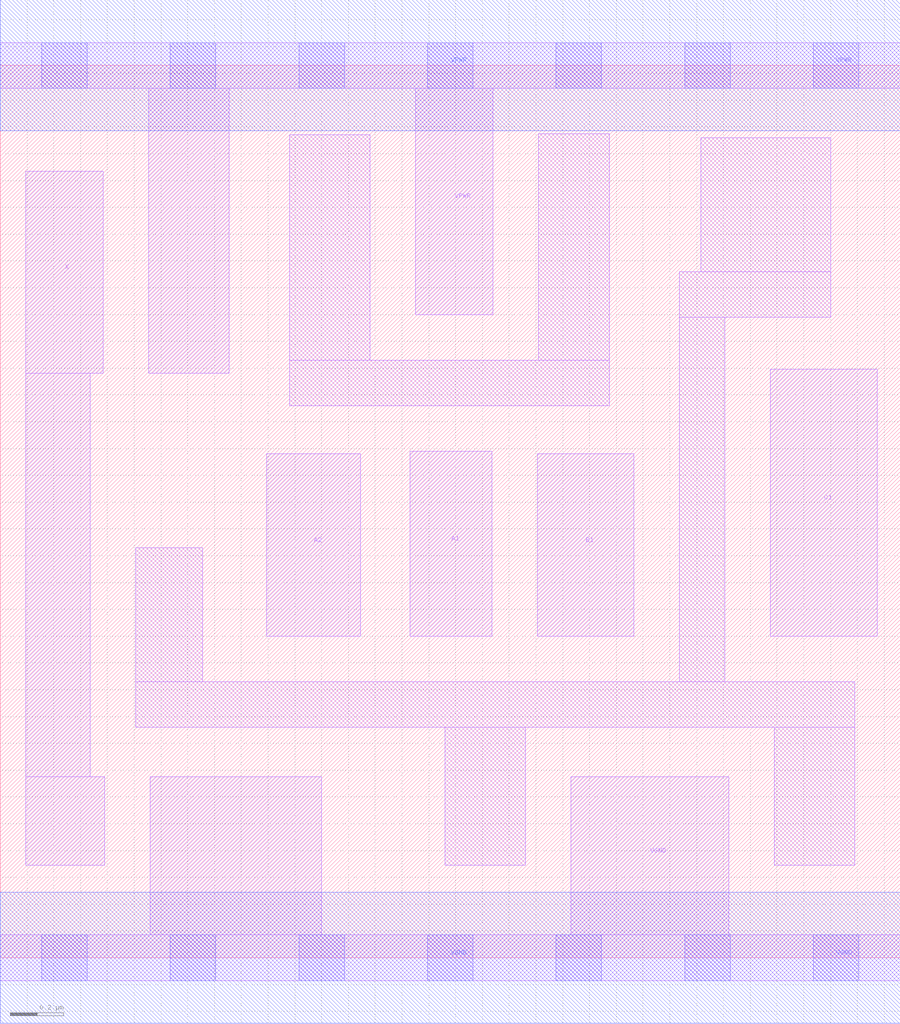
<source format=lef>
# Copyright 2020 The SkyWater PDK Authors
#
# Licensed under the Apache License, Version 2.0 (the "License");
# you may not use this file except in compliance with the License.
# You may obtain a copy of the License at
#
#     https://www.apache.org/licenses/LICENSE-2.0
#
# Unless required by applicable law or agreed to in writing, software
# distributed under the License is distributed on an "AS IS" BASIS,
# WITHOUT WARRANTIES OR CONDITIONS OF ANY KIND, either express or implied.
# See the License for the specific language governing permissions and
# limitations under the License.
#
# SPDX-License-Identifier: Apache-2.0

VERSION 5.7 ;
  NAMESCASESENSITIVE ON ;
  NOWIREEXTENSIONATPIN ON ;
  DIVIDERCHAR "/" ;
  BUSBITCHARS "[]" ;
UNITS
  DATABASE MICRONS 200 ;
END UNITS
MACRO sky130_fd_sc_lp__a211o_0
  CLASS CORE ;
  SOURCE USER ;
  FOREIGN sky130_fd_sc_lp__a211o_0 ;
  ORIGIN  0.000000  0.000000 ;
  SIZE  3.360000 BY  3.330000 ;
  SYMMETRY X Y R90 ;
  SITE unit ;
  PIN A1
    ANTENNAGATEAREA  0.159000 ;
    DIRECTION INPUT ;
    USE SIGNAL ;
    PORT
      LAYER li1 ;
        RECT 1.530000 1.200000 1.835000 1.890000 ;
    END
  END A1
  PIN A2
    ANTENNAGATEAREA  0.159000 ;
    DIRECTION INPUT ;
    USE SIGNAL ;
    PORT
      LAYER li1 ;
        RECT 0.995000 1.200000 1.345000 1.880000 ;
    END
  END A2
  PIN B1
    ANTENNAGATEAREA  0.159000 ;
    DIRECTION INPUT ;
    USE SIGNAL ;
    PORT
      LAYER li1 ;
        RECT 2.005000 1.200000 2.365000 1.880000 ;
    END
  END B1
  PIN C1
    ANTENNAGATEAREA  0.159000 ;
    DIRECTION INPUT ;
    USE SIGNAL ;
    PORT
      LAYER li1 ;
        RECT 2.875000 1.200000 3.275000 2.195000 ;
    END
  END C1
  PIN X
    ANTENNADIFFAREA  0.280900 ;
    DIRECTION OUTPUT ;
    USE SIGNAL ;
    PORT
      LAYER li1 ;
        RECT 0.095000 0.345000 0.390000 0.675000 ;
        RECT 0.095000 0.675000 0.335000 2.180000 ;
        RECT 0.095000 2.180000 0.385000 2.935000 ;
    END
  END X
  PIN VGND
    DIRECTION INOUT ;
    USE GROUND ;
    PORT
      LAYER li1 ;
        RECT 0.000000 -0.085000 3.360000 0.085000 ;
        RECT 0.560000  0.085000 1.200000 0.675000 ;
        RECT 2.130000  0.085000 2.720000 0.675000 ;
      LAYER mcon ;
        RECT 0.155000 -0.085000 0.325000 0.085000 ;
        RECT 0.635000 -0.085000 0.805000 0.085000 ;
        RECT 1.115000 -0.085000 1.285000 0.085000 ;
        RECT 1.595000 -0.085000 1.765000 0.085000 ;
        RECT 2.075000 -0.085000 2.245000 0.085000 ;
        RECT 2.555000 -0.085000 2.725000 0.085000 ;
        RECT 3.035000 -0.085000 3.205000 0.085000 ;
      LAYER met1 ;
        RECT 0.000000 -0.245000 3.360000 0.245000 ;
    END
  END VGND
  PIN VPWR
    DIRECTION INOUT ;
    USE POWER ;
    PORT
      LAYER li1 ;
        RECT 0.000000 3.245000 3.360000 3.415000 ;
        RECT 0.555000 2.180000 0.855000 3.245000 ;
        RECT 1.550000 2.400000 1.840000 3.245000 ;
      LAYER mcon ;
        RECT 0.155000 3.245000 0.325000 3.415000 ;
        RECT 0.635000 3.245000 0.805000 3.415000 ;
        RECT 1.115000 3.245000 1.285000 3.415000 ;
        RECT 1.595000 3.245000 1.765000 3.415000 ;
        RECT 2.075000 3.245000 2.245000 3.415000 ;
        RECT 2.555000 3.245000 2.725000 3.415000 ;
        RECT 3.035000 3.245000 3.205000 3.415000 ;
      LAYER met1 ;
        RECT 0.000000 3.085000 3.360000 3.575000 ;
    END
  END VPWR
  OBS
    LAYER li1 ;
      RECT 0.505000 0.860000 3.190000 1.030000 ;
      RECT 0.505000 1.030000 0.755000 1.530000 ;
      RECT 1.080000 2.060000 2.275000 2.230000 ;
      RECT 1.080000 2.230000 1.380000 3.070000 ;
      RECT 1.660000 0.345000 1.960000 0.860000 ;
      RECT 2.010000 2.230000 2.275000 3.075000 ;
      RECT 2.535000 1.030000 2.705000 2.390000 ;
      RECT 2.535000 2.390000 3.100000 2.560000 ;
      RECT 2.615000 2.560000 3.100000 3.060000 ;
      RECT 2.890000 0.345000 3.190000 0.860000 ;
  END
END sky130_fd_sc_lp__a211o_0

</source>
